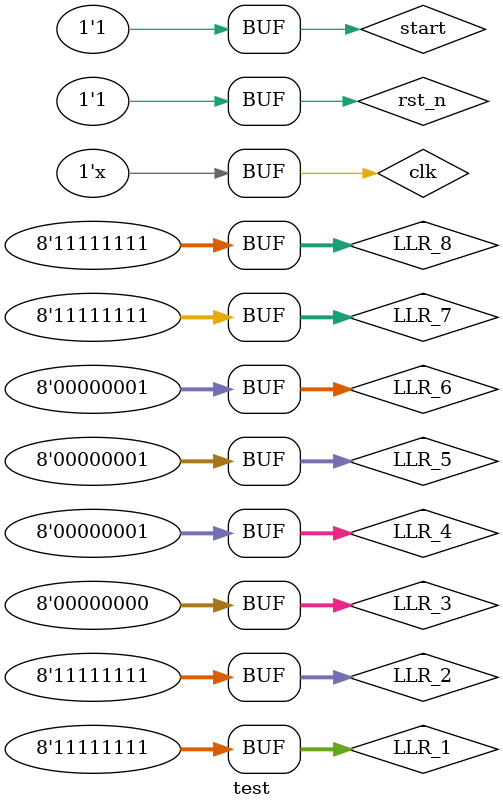
<source format=v>
`timescale 1ns / 1ps


`timescale 1ns/10ps

module test;
	reg clk;
	reg rst_n;
    reg start;
    wire en_busy;
    reg  [7:0] LLR_1;
	reg  [7:0] LLR_2;
    reg  [7:0] LLR_3;
	reg  [7:0] LLR_4;
    reg  [7:0] LLR_5;
	reg  [7:0] LLR_6;
	reg  [7:0] LLR_7;
	reg  [7:0] LLR_8;
    wire OUT_4; 
    wire OUT_6;
    wire OUT_7;
    wire OUT_8;

bp_8_4 top(
	.clk(clk),
    .rst_n(rst_n),
	.start(start),
    .en_busy(en_busy),
    .LLR_1(LLR_1),
    .LLR_2(LLR_2),
    .LLR_3(LLR_3),
    .LLR_4(LLR_4),
    .LLR_5(LLR_5),
    .LLR_6(LLR_6),
    .LLR_7(LLR_7),
    .LLR_8(LLR_8),
    .OUT_4(OUT_4),
    .OUT_6(OUT_6),
    .OUT_7(OUT_7),
    .OUT_8(OUT_8)
);

	always #5 clk = ~clk;

    initial begin
			clk <= 0;
            rst_n <= 1;
            start <= 1;
            LLR_1 <= 8'hff;
            LLR_2 <= 8'hff;
            LLR_3 <= 8'h00;
            LLR_4 <= 8'h01;
            LLR_5 <= 8'h01;
            LLR_6 <= 8'h01;
            LLR_7 <= 8'hff;
            LLR_8 <= 8'hff;
        #15 rst_n <= 0;
        #10 rst_n <= 1;
        #20 start <= 0;
        #10 start <= 1;
    end



endmodule

</source>
